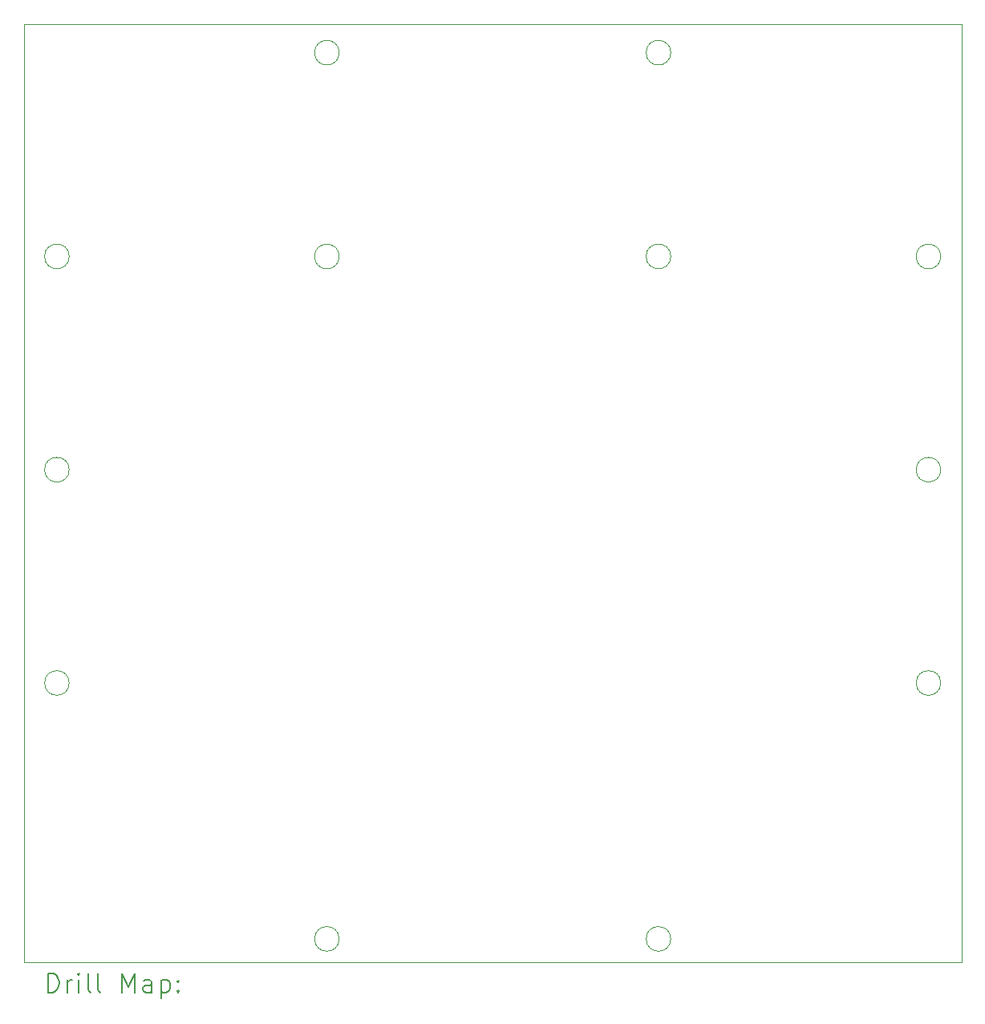
<source format=gbr>
%TF.GenerationSoftware,KiCad,Pcbnew,8.0.2*%
%TF.CreationDate,2024-11-11T15:41:08-05:00*%
%TF.ProjectId,PTZ_Camera_Controler,50545a5f-4361-46d6-9572-615f436f6e74,rev?*%
%TF.SameCoordinates,Original*%
%TF.FileFunction,Drillmap*%
%TF.FilePolarity,Positive*%
%FSLAX45Y45*%
G04 Gerber Fmt 4.5, Leading zero omitted, Abs format (unit mm)*
G04 Created by KiCad (PCBNEW 8.0.2) date 2024-11-11 15:41:08*
%MOMM*%
%LPD*%
G01*
G04 APERTURE LIST*
%ADD10C,0.050000*%
%ADD11C,0.200000*%
G04 APERTURE END LIST*
D10*
X16980000Y-5225000D02*
G75*
G02*
X16720000Y-5225000I-130000J0D01*
G01*
X16720000Y-5225000D02*
G75*
G02*
X16980000Y-5225000I130000J0D01*
G01*
X16980000Y-7375000D02*
G75*
G02*
X16720000Y-7375000I-130000J0D01*
G01*
X16720000Y-7375000D02*
G75*
G02*
X16980000Y-7375000I130000J0D01*
G01*
X19830000Y-7375000D02*
G75*
G02*
X19570000Y-7375000I-130000J0D01*
G01*
X19570000Y-7375000D02*
G75*
G02*
X19830000Y-7375000I130000J0D01*
G01*
X19830000Y-9625000D02*
G75*
G02*
X19570000Y-9625000I-130000J0D01*
G01*
X19570000Y-9625000D02*
G75*
G02*
X19830000Y-9625000I130000J0D01*
G01*
X10630000Y-11875000D02*
G75*
G02*
X10370000Y-11875000I-130000J0D01*
G01*
X10370000Y-11875000D02*
G75*
G02*
X10630000Y-11875000I130000J0D01*
G01*
X19830000Y-11875000D02*
G75*
G02*
X19570000Y-11875000I-130000J0D01*
G01*
X19570000Y-11875000D02*
G75*
G02*
X19830000Y-11875000I130000J0D01*
G01*
X13480000Y-5225000D02*
G75*
G02*
X13220000Y-5225000I-130000J0D01*
G01*
X13220000Y-5225000D02*
G75*
G02*
X13480000Y-5225000I130000J0D01*
G01*
X10630000Y-7375000D02*
G75*
G02*
X10370000Y-7375000I-130000J0D01*
G01*
X10370000Y-7375000D02*
G75*
G02*
X10630000Y-7375000I130000J0D01*
G01*
X10150000Y-4925000D02*
X20050000Y-4925000D01*
X20050000Y-14825000D01*
X10150000Y-14825000D01*
X10150000Y-4925000D01*
X13480000Y-14575000D02*
G75*
G02*
X13220000Y-14575000I-130000J0D01*
G01*
X13220000Y-14575000D02*
G75*
G02*
X13480000Y-14575000I130000J0D01*
G01*
X13480000Y-7375000D02*
G75*
G02*
X13220000Y-7375000I-130000J0D01*
G01*
X13220000Y-7375000D02*
G75*
G02*
X13480000Y-7375000I130000J0D01*
G01*
X16980000Y-14575000D02*
G75*
G02*
X16720000Y-14575000I-130000J0D01*
G01*
X16720000Y-14575000D02*
G75*
G02*
X16980000Y-14575000I130000J0D01*
G01*
X10630000Y-9625000D02*
G75*
G02*
X10370000Y-9625000I-130000J0D01*
G01*
X10370000Y-9625000D02*
G75*
G02*
X10630000Y-9625000I130000J0D01*
G01*
D11*
X10408277Y-15138984D02*
X10408277Y-14938984D01*
X10408277Y-14938984D02*
X10455896Y-14938984D01*
X10455896Y-14938984D02*
X10484467Y-14948508D01*
X10484467Y-14948508D02*
X10503515Y-14967555D01*
X10503515Y-14967555D02*
X10513039Y-14986603D01*
X10513039Y-14986603D02*
X10522563Y-15024698D01*
X10522563Y-15024698D02*
X10522563Y-15053269D01*
X10522563Y-15053269D02*
X10513039Y-15091365D01*
X10513039Y-15091365D02*
X10503515Y-15110412D01*
X10503515Y-15110412D02*
X10484467Y-15129460D01*
X10484467Y-15129460D02*
X10455896Y-15138984D01*
X10455896Y-15138984D02*
X10408277Y-15138984D01*
X10608277Y-15138984D02*
X10608277Y-15005650D01*
X10608277Y-15043746D02*
X10617801Y-15024698D01*
X10617801Y-15024698D02*
X10627324Y-15015174D01*
X10627324Y-15015174D02*
X10646372Y-15005650D01*
X10646372Y-15005650D02*
X10665420Y-15005650D01*
X10732086Y-15138984D02*
X10732086Y-15005650D01*
X10732086Y-14938984D02*
X10722563Y-14948508D01*
X10722563Y-14948508D02*
X10732086Y-14958031D01*
X10732086Y-14958031D02*
X10741610Y-14948508D01*
X10741610Y-14948508D02*
X10732086Y-14938984D01*
X10732086Y-14938984D02*
X10732086Y-14958031D01*
X10855896Y-15138984D02*
X10836848Y-15129460D01*
X10836848Y-15129460D02*
X10827324Y-15110412D01*
X10827324Y-15110412D02*
X10827324Y-14938984D01*
X10960658Y-15138984D02*
X10941610Y-15129460D01*
X10941610Y-15129460D02*
X10932086Y-15110412D01*
X10932086Y-15110412D02*
X10932086Y-14938984D01*
X11189229Y-15138984D02*
X11189229Y-14938984D01*
X11189229Y-14938984D02*
X11255896Y-15081841D01*
X11255896Y-15081841D02*
X11322562Y-14938984D01*
X11322562Y-14938984D02*
X11322562Y-15138984D01*
X11503515Y-15138984D02*
X11503515Y-15034222D01*
X11503515Y-15034222D02*
X11493991Y-15015174D01*
X11493991Y-15015174D02*
X11474943Y-15005650D01*
X11474943Y-15005650D02*
X11436848Y-15005650D01*
X11436848Y-15005650D02*
X11417801Y-15015174D01*
X11503515Y-15129460D02*
X11484467Y-15138984D01*
X11484467Y-15138984D02*
X11436848Y-15138984D01*
X11436848Y-15138984D02*
X11417801Y-15129460D01*
X11417801Y-15129460D02*
X11408277Y-15110412D01*
X11408277Y-15110412D02*
X11408277Y-15091365D01*
X11408277Y-15091365D02*
X11417801Y-15072317D01*
X11417801Y-15072317D02*
X11436848Y-15062793D01*
X11436848Y-15062793D02*
X11484467Y-15062793D01*
X11484467Y-15062793D02*
X11503515Y-15053269D01*
X11598753Y-15005650D02*
X11598753Y-15205650D01*
X11598753Y-15015174D02*
X11617801Y-15005650D01*
X11617801Y-15005650D02*
X11655896Y-15005650D01*
X11655896Y-15005650D02*
X11674943Y-15015174D01*
X11674943Y-15015174D02*
X11684467Y-15024698D01*
X11684467Y-15024698D02*
X11693991Y-15043746D01*
X11693991Y-15043746D02*
X11693991Y-15100888D01*
X11693991Y-15100888D02*
X11684467Y-15119936D01*
X11684467Y-15119936D02*
X11674943Y-15129460D01*
X11674943Y-15129460D02*
X11655896Y-15138984D01*
X11655896Y-15138984D02*
X11617801Y-15138984D01*
X11617801Y-15138984D02*
X11598753Y-15129460D01*
X11779705Y-15119936D02*
X11789229Y-15129460D01*
X11789229Y-15129460D02*
X11779705Y-15138984D01*
X11779705Y-15138984D02*
X11770182Y-15129460D01*
X11770182Y-15129460D02*
X11779705Y-15119936D01*
X11779705Y-15119936D02*
X11779705Y-15138984D01*
X11779705Y-15015174D02*
X11789229Y-15024698D01*
X11789229Y-15024698D02*
X11779705Y-15034222D01*
X11779705Y-15034222D02*
X11770182Y-15024698D01*
X11770182Y-15024698D02*
X11779705Y-15015174D01*
X11779705Y-15015174D02*
X11779705Y-15034222D01*
M02*

</source>
